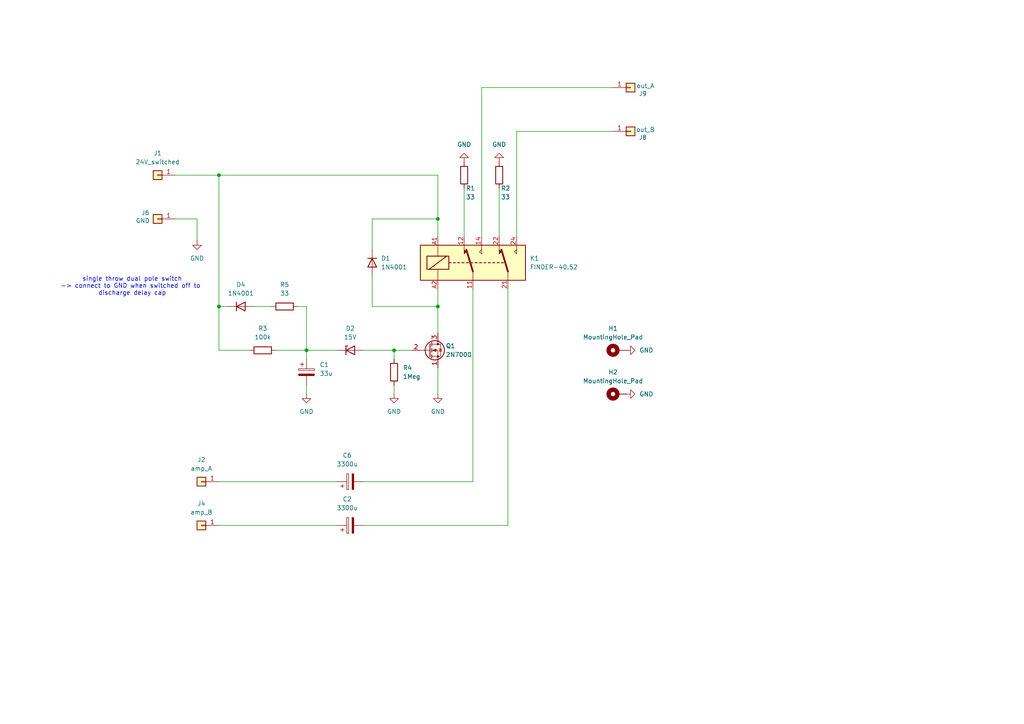
<source format=kicad_sch>
(kicad_sch (version 20250114) (generator "eeschema") (generator_version "9.0")
  (paper "A4")
  (lib_symbols
    (symbol "Connector_Generic:Conn_01x01" (pin_names (offset 1.016) (hide yes))
      (property "Reference" "J" (at 0 2.54 0))
      (property "Value" "Conn_01x01" (at 0 -2.54 0))
      (symbol "Conn_01x01_1_1"
        (rectangle (start -1.27 1.27) (end 1.27 -1.27) (stroke (width 0.254)) (fill (type background)))
        (rectangle (start -1.27 0.127) (end 0 -0.127) (stroke (width 0.1524)))
        (pin passive line (at -5.08 0 0) (length 3.81) (name "Pin_1") (number "1"))
      )
    )
    (symbol "Device:C_Polarized" (pin_numbers (hide yes)) (pin_names (offset 0.254))
      (property "Reference" "C" (at 0.635 2.54 0))
      (property "Value" "C_Polarized" (at 0.635 -2.54 0))
      (symbol "C_Polarized_0_1"
        (rectangle (start -2.286 0.508) (end 2.286 1.016))
        (polyline (pts (xy -1.778 2.286) (xy -0.762 2.286)))
        (polyline (pts (xy -1.27 2.794) (xy -1.27 1.778)))
        (rectangle (start 2.286 -0.508) (end -2.286 -1.016) (fill (type outline)))
      )
      (symbol "C_Polarized_1_1"
        (pin passive line (at 0 3.81 270) (length 2.794) (name "~") (number "1"))
        (pin passive line (at 0 -3.81 90) (length 2.794) (name "~") (number "2"))
      )
    )
    (symbol "Device:D_Zener" (pin_numbers (hide yes)) (pin_names (offset 1.016) (hide yes))
      (property "Reference" "D" (at 0 2.54 0))
      (property "Value" "D_Zener" (at 0 -2.54 0))
      (symbol "D_Zener_0_1"
        (polyline (pts (xy -1.27 -1.27) (xy -1.27 1.27) (xy -0.762 1.27)) (stroke (width 0.254)))
        (polyline (pts (xy 1.27 0) (xy -1.27 0)))
        (polyline (pts (xy 1.27 -1.27) (xy 1.27 1.27) (xy -1.27 0) (xy 1.27 -1.27)) (stroke (width 0.254)))
      )
      (symbol "D_Zener_1_1"
        (pin passive line (at -3.81 0 0) (length 2.54) (name "K") (number "1"))
        (pin passive line (at 3.81 0 180) (length 2.54) (name "A") (number "2"))
      )
    )
    (symbol "Device:R" (pin_numbers (hide yes)) (pin_names (offset 0))
      (property "Reference" "R" (at 2.032 0 90))
      (property "Value" "R" (at 0 0 90))
      (symbol "R_0_1"
        (rectangle (start -1.016 -2.54) (end 1.016 2.54) (stroke (width 0.254)))
      )
      (symbol "R_1_1"
        (pin passive line (at 0 3.81 270) (length 1.27) (name "~") (number "1"))
        (pin passive line (at 0 -3.81 90) (length 1.27) (name "~") (number "2"))
      )
    )
    (symbol "Diode:1N4001" (pin_numbers (hide yes)) (pin_names (hide yes))
      (property "Reference" "D" (at 0 2.54 0))
      (property "Value" "1N4001" (at 0 -2.54 0))
      (symbol "1N4001_0_1"
        (polyline (pts (xy -1.27 1.27) (xy -1.27 -1.27)) (stroke (width 0.254)))
        (polyline (pts (xy 1.27 1.27) (xy 1.27 -1.27) (xy -1.27 0) (xy 1.27 1.27)) (stroke (width 0.254)))
        (polyline (pts (xy 1.27 0) (xy -1.27 0)))
      )
      (symbol "1N4001_1_1"
        (pin passive line (at -3.81 0 0) (length 2.54) (name "K") (number "1"))
        (pin passive line (at 3.81 0 180) (length 2.54) (name "A") (number "2"))
      )
    )
    (symbol "Mechanical:MountingHole_Pad" (pin_numbers (hide yes)) (pin_names (offset 1.016) (hide yes)) (in_bom no)
      (property "Reference" "H" (at 0 6.35 0))
      (property "Value" "MountingHole_Pad" (at 0 4.445 0))
      (symbol "MountingHole_Pad_0_1"
        (circle (center 0 1.27) (radius 1.27) (stroke (width 1.27)))
      )
      (symbol "MountingHole_Pad_1_1"
        (pin input line (at 0 -2.54 90) (length 2.54) (name "1") (number "1"))
      )
    )
    (symbol "Relay:FINDER-40.52"
      (property "Reference" "K" (at 16.51 3.81 0))
      (property "Value" "FINDER-40.52" (at 16.51 1.27 0))
      (symbol "FINDER-40.52_0_1"
        (rectangle (start -15.24 5.08) (end 15.24 -5.08) (stroke (width 0.254)) (fill (type background)))
        (rectangle (start -13.335 1.905) (end -6.985 -1.905) (stroke (width 0.254)))
        (polyline (pts (xy -12.7 -1.905) (xy -7.62 1.905)) (stroke (width 0.254)))
        (polyline (pts (xy -10.16 5.08) (xy -10.16 1.905)))
        (polyline (pts (xy -10.16 -5.08) (xy -10.16 -1.905)))
        (polyline (pts (xy -6.985 0) (xy -6.35 0)) (stroke (width 0.254)))
        (polyline (pts (xy -5.715 0) (xy -5.08 0)) (stroke (width 0.254)))
        (polyline (pts (xy -4.445 0) (xy -3.81 0)) (stroke (width 0.254)))
        (polyline (pts (xy -3.175 0) (xy -2.54 0)) (stroke (width 0.254)))
        (polyline (pts (xy -2.54 5.08) (xy -2.54 2.54) (xy -1.905 3.175) (xy -2.54 3.81)) (fill (type outline)))
        (polyline (pts (xy -1.905 0) (xy -1.27 0)) (stroke (width 0.254)))
        (polyline (pts (xy -0.635 0) (xy 0 0)) (stroke (width 0.254)))
        (polyline (pts (xy 0 -2.54) (xy -1.905 3.81)) (stroke (width 0.508)))
        (polyline (pts (xy 0 -2.54) (xy 0 -5.08)))
        (polyline (pts (xy 0.635 0) (xy 1.27 0)) (stroke (width 0.254)))
        (polyline (pts (xy 1.905 0) (xy 2.54 0)) (stroke (width 0.254)))
        (polyline (pts (xy 2.54 5.08) (xy 2.54 2.54) (xy 1.905 3.175) (xy 2.54 3.81)))
        (polyline (pts (xy 3.175 0) (xy 3.81 0)) (stroke (width 0.254)))
        (polyline (pts (xy 4.445 0) (xy 5.08 0)) (stroke (width 0.254)))
        (polyline (pts (xy 5.715 0) (xy 6.35 0)) (stroke (width 0.254)))
        (polyline (pts (xy 6.985 0) (xy 7.62 0)) (stroke (width 0.254)))
        (polyline (pts (xy 7.62 5.08) (xy 7.62 2.54) (xy 8.255 3.175) (xy 7.62 3.81)) (fill (type outline)))
        (polyline (pts (xy 8.255 0) (xy 8.89 0)) (stroke (width 0.254)))
        (polyline (pts (xy 10.16 -2.54) (xy 8.255 3.81)) (stroke (width 0.508)))
        (polyline (pts (xy 10.16 -2.54) (xy 10.16 -5.08)))
        (polyline (pts (xy 12.7 5.08) (xy 12.7 2.54) (xy 12.065 3.175) (xy 12.7 3.81)))
      )
      (symbol "FINDER-40.52_1_1"
        (pin passive line (at -10.16 7.62 270) (length 2.54) (name "~") (number "A1"))
        (pin passive line (at -10.16 -7.62 90) (length 2.54) (name "~") (number "A2"))
        (pin passive line (at -2.54 7.62 270) (length 2.54) (name "~") (number "12"))
        (pin passive line (at 0 -7.62 90) (length 2.54) (name "~") (number "11"))
        (pin passive line (at 2.54 7.62 270) (length 2.54) (name "~") (number "14"))
        (pin passive line (at 7.62 7.62 270) (length 2.54) (name "~") (number "22"))
        (pin passive line (at 10.16 -7.62 90) (length 2.54) (name "~") (number "21"))
        (pin passive line (at 12.7 7.62 270) (length 2.54) (name "~") (number "24"))
      )
    )
    (symbol "Transistor_FET:2N7000" (pin_names (hide yes))
      (property "Reference" "Q" (at 5.08 1.905 0))
      (property "Value" "2N7000" (at 5.08 0 0))
      (symbol "2N7000_0_1"
        (polyline (pts (xy 0.254 1.905) (xy 0.254 -1.905)) (stroke (width 0.254)))
        (polyline (pts (xy 0.254 0) (xy -2.54 0)))
        (polyline (pts (xy 0.762 2.286) (xy 0.762 1.27)) (stroke (width 0.254)))
        (polyline (pts (xy 0.762 0.508) (xy 0.762 -0.508)) (stroke (width 0.254)))
        (polyline (pts (xy 0.762 -1.27) (xy 0.762 -2.286)) (stroke (width 0.254)))
        (polyline (pts (xy 0.762 -1.778) (xy 3.302 -1.778) (xy 3.302 1.778) (xy 0.762 1.778)))
        (polyline (pts (xy 1.016 0) (xy 2.032 0.381) (xy 2.032 -0.381) (xy 1.016 0)) (fill (type outline)))
        (circle (center 1.651 0) (radius 2.794) (stroke (width 0.254)))
        (polyline (pts (xy 2.54 2.54) (xy 2.54 1.778)))
        (circle (center 2.54 1.778) (radius 0.254) (fill (type outline)))
        (circle (center 2.54 -1.778) (radius 0.254) (fill (type outline)))
        (polyline (pts (xy 2.54 -2.54) (xy 2.54 0) (xy 0.762 0)))
        (polyline (pts (xy 2.794 0.508) (xy 2.921 0.381) (xy 3.683 0.381) (xy 3.81 0.254)))
        (polyline (pts (xy 3.302 0.381) (xy 2.921 -0.254) (xy 3.683 -0.254) (xy 3.302 0.381)))
      )
      (symbol "2N7000_1_1"
        (pin input line (at -5.08 0 0) (length 2.54) (name "G") (number "2"))
        (pin passive line (at 2.54 5.08 270) (length 2.54) (name "D") (number "3"))
        (pin passive line (at 2.54 -5.08 90) (length 2.54) (name "S") (number "1"))
      )
    )
    (symbol "power:GND" (power) (pin_numbers (hide yes)) (pin_names (offset 0) (hide yes))
      (property "Value" "GND" (at 0 -3.81 0))
      (symbol "GND_0_1"
        (polyline (pts (xy 0 0) (xy 0 -1.27) (xy 1.27 -1.27) (xy 0 -2.54) (xy -1.27 -1.27) (xy 0 -1.27)))
      )
      (symbol "GND_1_1"
        (pin power_in line (at 0 0 270) (length 0) (name "~") (number "1"))
      )
    )
  )
  (text "single throw dual pole switch\n-> connect to GND when switched off to \ndischarge delay cap" (at 38.354 83.058 0) (effects (font (size 1.27 1.27))))
  (junction (at 63.5 88.9))
  (junction (at 127 63.5))
  (junction (at 63.5 50.8))
  (junction (at 127 88.9))
  (junction (at 88.9 101.6))
  (junction (at 114.3 101.6))
  (wire (pts (xy 57.15 69.85) (xy 57.15 63.5)))
  (wire (pts (xy 63.5 88.9) (xy 66.04 88.9)))
  (wire (pts (xy 127 63.5) (xy 127 68.58)))
  (wire (pts (xy 107.95 88.9) (xy 107.95 80.01)))
  (wire (pts (xy 127 88.9) (xy 107.95 88.9)))
  (wire (pts (xy 139.7 25.4) (xy 177.8 25.4)))
  (wire (pts (xy 63.5 139.7) (xy 97.79 139.7)))
  (wire (pts (xy 147.32 83.82) (xy 147.32 152.4)))
  (wire (pts (xy 127 83.82) (xy 127 88.9)))
  (wire (pts (xy 88.9 101.6) (xy 88.9 88.9)))
  (wire (pts (xy 114.3 111.76) (xy 114.3 114.3)))
  (wire (pts (xy 88.9 88.9) (xy 86.36 88.9)))
  (wire (pts (xy 63.5 101.6) (xy 72.39 101.6)))
  (wire (pts (xy 137.16 83.82) (xy 137.16 139.7)))
  (wire (pts (xy 127 88.9) (xy 127 96.52)))
  (wire (pts (xy 144.78 54.61) (xy 144.78 68.58)))
  (wire (pts (xy 127 50.8) (xy 127 63.5)))
  (wire (pts (xy 80.01 101.6) (xy 88.9 101.6)))
  (wire (pts (xy 88.9 114.3) (xy 88.9 111.76)))
  (wire (pts (xy 105.41 152.4) (xy 147.32 152.4)))
  (wire (pts (xy 139.7 68.58) (xy 139.7 25.4)))
  (wire (pts (xy 149.86 38.1) (xy 177.8 38.1)))
  (wire (pts (xy 127 106.68) (xy 127 114.3)))
  (wire (pts (xy 57.15 63.5) (xy 50.8 63.5)))
  (wire (pts (xy 63.5 88.9) (xy 63.5 101.6)))
  (wire (pts (xy 105.41 139.7) (xy 137.16 139.7)))
  (wire (pts (xy 63.5 50.8) (xy 63.5 88.9)))
  (wire (pts (xy 107.95 63.5) (xy 127 63.5)))
  (wire (pts (xy 78.74 88.9) (xy 73.66 88.9)))
  (wire (pts (xy 88.9 101.6) (xy 97.79 101.6)))
  (wire (pts (xy 63.5 50.8) (xy 127 50.8)))
  (wire (pts (xy 107.95 72.39) (xy 107.95 63.5)))
  (wire (pts (xy 105.41 101.6) (xy 114.3 101.6)))
  (wire (pts (xy 88.9 104.14) (xy 88.9 101.6)))
  (wire (pts (xy 114.3 101.6) (xy 114.3 104.14)))
  (wire (pts (xy 63.5 152.4) (xy 97.79 152.4)))
  (wire (pts (xy 149.86 68.58) (xy 149.86 38.1)))
  (wire (pts (xy 114.3 101.6) (xy 119.38 101.6)))
  (wire (pts (xy 63.5 50.8) (xy 50.8 50.8)))
  (wire (pts (xy 134.62 54.61) (xy 134.62 68.58)))
  (symbol (lib_id "Device:C_Polarized") (at 101.6 152.4 90) (unit 1)
    (property "Reference" "C2" (at 100.711 144.78 90))
    (property "Value" "3300u" (at 100.711 147.32 90))
    (property "Footprint" "Capacitor_THT:CP_Radial_D16.0mm_P7.50mm" (effects (hide yes)))
    (property "Description" "Polarized capacitor" (effects (hide yes)))
    (property "MPN" "UFW1V332MHD " (effects (hide yes)))
  )
  (symbol (lib_id "Diode:1N4001") (at 69.85 88.9 0) (unit 1)
    (property "Reference" "D4" (at 69.85 82.55 0))
    (property "Value" "1N4001" (at 69.85 85.09 0))
    (property "Footprint" "Diode_THT:D_DO-41_SOD81_P10.16mm_Horizontal" (effects (hide yes)))
    (property "Datasheet" "http://www.vishay.com/docs/88503/1n4001.pdf" (effects (hide yes)))
    (property "Description" "50V 1A General Purpose Rectifier Diode, DO-41" (effects (hide yes)))
    (property "Sim.Device" "D" (effects (hide yes)))
    (property "Sim.Pins" "1=K 2=A" (effects (hide yes)))
  )
  (symbol (lib_id "Device:C_Polarized") (at 101.6 139.7 90) (unit 1)
    (property "Reference" "C6" (at 100.711 132.08 90))
    (property "Value" "3300u" (at 100.711 134.62 90))
    (property "Footprint" "Capacitor_THT:CP_Radial_D16.0mm_P7.50mm" (effects (hide yes)))
    (property "Description" "Polarized capacitor" (effects (hide yes)))
    (property "MPN" "UFW1V332MHD " (effects (hide yes)))
  )
  (symbol (lib_id "power:GND") (at 144.78 46.99 180) (unit 1)
    (property "Reference" "#PWR08" (effects (hide yes)))
    (property "Value" "GND" (at 144.78 41.91 0))
    (property "Description" "Power symbol creates a global label with name \"GND\" , ground" (effects (hide yes)))
  )
  (symbol (lib_id "Device:R") (at 76.2 101.6 90) (unit 1)
    (property "Reference" "R3" (at 76.2 95.25 90))
    (property "Value" "100k" (at 76.2 97.79 90))
    (property "Footprint" "Resistor_THT:R_Axial_DIN0207_L6.3mm_D2.5mm_P10.16mm_Horizontal" (effects (hide yes)))
    (property "Description" "Resistor" (effects (hide yes)))
  )
  (symbol (lib_id "Connector_Generic:Conn_01x01") (at 58.42 152.4 180) (unit 1)
    (property "Reference" "J4" (at 58.42 146.05 0))
    (property "Value" "amp_B" (at 58.42 148.59 0))
    (property "Footprint" "TestPoint:TestPoint_THTPad_D3.0mm_Drill1.5mm" (effects (hide yes)))
    (property "Description" "Generic connector, single row, 01x01, script generated (kicad-library-utils/schlib/autogen/connector/)" (effects (hide yes)))
  )
  (symbol (lib_id "Device:R") (at 82.55 88.9 90) (unit 1)
    (property "Reference" "R5" (at 82.55 82.55 90))
    (property "Value" "33" (at 82.55 85.09 90))
    (property "Footprint" "Resistor_THT:R_Axial_DIN0207_L6.3mm_D2.5mm_P10.16mm_Horizontal" (effects (hide yes)))
    (property "Description" "Resistor" (effects (hide yes)))
  )
  (symbol (lib_id "power:GND") (at 127 114.3 0) (unit 1)
    (property "Reference" "#PWR02" (effects (hide yes)))
    (property "Value" "GND" (at 127 119.38 0))
    (property "Description" "Power symbol creates a global label with name \"GND\" , ground" (effects (hide yes)))
  )
  (symbol (lib_id "Connector_Generic:Conn_01x01") (at 45.72 50.8 180) (unit 1)
    (property "Reference" "J1" (at 45.72 44.45 0))
    (property "Value" "24V_switched" (at 45.72 46.99 0))
    (property "Footprint" "TestPoint:TestPoint_THTPad_D3.0mm_Drill1.5mm" (effects (hide yes)))
    (property "Description" "Generic connector, single row, 01x01, script generated (kicad-library-utils/schlib/autogen/connector/)" (effects (hide yes)))
  )
  (symbol (lib_id "Device:R") (at 144.78 50.8 180) (unit 1)
    (property "Reference" "R2" (at 145.288 54.61 0) (effects (justify right)))
    (property "Value" "33" (at 145.288 57.15 0) (effects (justify right)))
    (property "Footprint" "Resistor_THT:R_Axial_DIN0207_L6.3mm_D2.5mm_P10.16mm_Horizontal" (effects (hide yes)))
    (property "Description" "Resistor" (effects (hide yes)))
  )
  (symbol (lib_id "power:GND") (at 114.3 114.3 0) (unit 1)
    (property "Reference" "#PWR05" (effects (hide yes)))
    (property "Value" "GND" (at 114.3 119.38 0))
    (property "Description" "Power symbol creates a global label with name \"GND\" , ground" (effects (hide yes)))
  )
  (symbol (lib_id "Device:R") (at 114.3 107.95 180) (unit 1)
    (property "Reference" "R4" (at 116.84 106.6799 0) (effects (justify right)))
    (property "Value" "1Meg" (at 116.84 109.2199 0) (effects (justify right)))
    (property "Footprint" "Resistor_THT:R_Axial_DIN0207_L6.3mm_D2.5mm_P10.16mm_Horizontal" (effects (hide yes)))
    (property "Description" "Resistor" (effects (hide yes)))
  )
  (symbol (lib_id "power:GND") (at 88.9 114.3 0) (unit 1)
    (property "Reference" "#PWR01" (effects (hide yes)))
    (property "Value" "GND" (at 88.9 119.38 0))
    (property "Description" "Power symbol creates a global label with name \"GND\" , ground" (effects (hide yes)))
  )
  (symbol (lib_id "Connector_Generic:Conn_01x01") (at 182.88 38.1 0) (unit 1)
    (property "Reference" "J8" (at 186.436 39.878 0))
    (property "Value" "out_B" (at 187.198 37.592 0))
    (property "Footprint" "TestPoint:TestPoint_THTPad_D3.0mm_Drill1.5mm" (effects (hide yes)))
    (property "Description" "Generic connector, single row, 01x01, script generated (kicad-library-utils/schlib/autogen/connector/)" (effects (hide yes)))
  )
  (symbol (lib_id "Connector_Generic:Conn_01x01") (at 182.88 25.4 0) (unit 1)
    (property "Reference" "J9" (at 186.436 27.178 0))
    (property "Value" "out_A" (at 187.198 24.892 0))
    (property "Footprint" "TestPoint:TestPoint_THTPad_D3.0mm_Drill1.5mm" (effects (hide yes)))
    (property "Description" "Generic connector, single row, 01x01, script generated (kicad-library-utils/schlib/autogen/connector/)" (effects (hide yes)))
  )
  (symbol (lib_id "power:GND") (at 57.15 69.85 0) (unit 1)
    (property "Reference" "#PWR03" (effects (hide yes)))
    (property "Value" "GND" (at 57.15 74.93 0))
    (property "Description" "Power symbol creates a global label with name \"GND\" , ground" (effects (hide yes)))
  )
  (symbol (lib_id "Relay:FINDER-40.52") (at 137.16 76.2 0) (unit 1)
    (property "Reference" "K1" (at 153.67 74.9299 0) (effects (justify left)))
    (property "Value" "FINDER-40.52" (at 153.67 77.4699 0) (effects (justify left)))
    (property "Footprint" "Relay_THT:Relay_DPDT_Finder_40.52" (effects (hide yes)))
    (property "Datasheet" "http://gfinder.findernet.com/assets/Series/353/S40EN.pdf" (effects (hide yes)))
    (property "Description" "FINDER 40.52, Dual Pole Relay, 5mm Pitch, 10A" (effects (hide yes)))
  )
  (symbol (lib_id "power:GND") (at 134.62 46.99 180) (unit 1)
    (property "Reference" "#PWR07" (effects (hide yes)))
    (property "Value" "GND" (at 134.62 41.91 0))
    (property "Description" "Power symbol creates a global label with name \"GND\" , ground" (effects (hide yes)))
  )
  (symbol (lib_id "Transistor_FET:2N7000") (at 124.46 101.6 0) (unit 1)
    (property "Reference" "Q1" (at 129.286 100.33 0) (effects (justify left)))
    (property "Value" "2N7000" (at 129.286 102.87 0) (effects (justify left)))
    (property "Footprint" "Package_TO_SOT_THT:TO-92_Inline" (effects (hide yes)))
    (property "Datasheet" "https://www.vishay.com/docs/70226/70226.pdf" (effects (hide yes)))
    (property "Description" "0.2A Id, 200V Vds, N-Channel MOSFET, 2.6V Logic Level, TO-92" (effects (hide yes)))
  )
  (symbol (lib_id "Device:C_Polarized") (at 88.9 107.95 0) (unit 1)
    (property "Reference" "C1" (at 92.71 105.7909 0) (effects (justify left)))
    (property "Value" "33u" (at 92.71 108.3309 0) (effects (justify left)))
    (property "Footprint" "Capacitor_THT:C_Radial_D8.0mm_H11.5mm_P3.50mm" (effects (hide yes)))
    (property "Description" "UFW2A330MPD" (effects (hide yes)))
  )
  (symbol (lib_id "Mechanical:MountingHole_Pad") (at 179.07 114.3 90) (unit 1) (in_bom no)
    (property "Reference" "H2" (at 177.8 107.95 90))
    (property "Value" "MountingHole_Pad" (at 177.8 110.49 90))
    (property "Footprint" "MountingHole:MountingHole_3.2mm_M3_DIN965_Pad_TopBottom" (effects (hide yes)))
    (property "Description" "Mounting Hole with connection" (effects (hide yes)))
  )
  (symbol (lib_id "Mechanical:MountingHole_Pad") (at 179.07 101.6 90) (unit 1) (in_bom no)
    (property "Reference" "H1" (at 177.8 95.25 90))
    (property "Value" "MountingHole_Pad" (at 177.8 97.79 90))
    (property "Footprint" "MountingHole:MountingHole_3.2mm_M3_DIN965_Pad_TopBottom" (effects (hide yes)))
    (property "Description" "Mounting Hole with connection" (effects (hide yes)))
  )
  (symbol (lib_id "Connector_Generic:Conn_01x01") (at 45.72 63.5 180) (unit 1)
    (property "Reference" "J6" (at 42.164 61.722 0))
    (property "Value" "GND" (at 41.402 64.008 0))
    (property "Footprint" "TestPoint:TestPoint_THTPad_D3.0mm_Drill1.5mm" (effects (hide yes)))
    (property "Description" "Generic connector, single row, 01x01, script generated (kicad-library-utils/schlib/autogen/connector/)" (effects (hide yes)))
  )
  (symbol (lib_id "power:GND") (at 181.61 114.3 90) (unit 1)
    (property "Reference" "#PWR016" (effects (hide yes)))
    (property "Value" "GND" (at 185.42 114.2999 90) (effects (justify right)))
    (property "Description" "Power symbol creates a global label with name \"GND\" , ground" (effects (hide yes)))
  )
  (symbol (lib_id "Device:D_Zener") (at 101.6 101.6 0) (unit 1)
    (property "Reference" "D2" (at 101.6 95.25 0))
    (property "Value" "15V" (at 101.6 97.79 0))
    (property "Footprint" "Diode_THT:D_DO-35_SOD27_P7.62mm_Horizontal" (effects (hide yes)))
    (property "Description" "Zener diode" (effects (hide yes)))
  )
  (symbol (lib_id "Connector_Generic:Conn_01x01") (at 58.42 139.7 180) (unit 1)
    (property "Reference" "J2" (at 58.42 133.35 0))
    (property "Value" "amp_A" (at 58.42 135.89 0))
    (property "Footprint" "TestPoint:TestPoint_THTPad_D3.0mm_Drill1.5mm" (effects (hide yes)))
    (property "Description" "Generic connector, single row, 01x01, script generated (kicad-library-utils/schlib/autogen/connector/)" (effects (hide yes)))
  )
  (symbol (lib_id "Diode:1N4001") (at 107.95 76.2 270) (unit 1)
    (property "Reference" "D1" (at 110.49 74.9299 90) (effects (justify left)))
    (property "Value" "1N4001" (at 110.49 77.4699 90) (effects (justify left)))
    (property "Footprint" "Diode_THT:D_DO-41_SOD81_P10.16mm_Horizontal" (effects (hide yes)))
    (property "Datasheet" "http://www.vishay.com/docs/88503/1n4001.pdf" (effects (hide yes)))
    (property "Description" "50V 1A General Purpose Rectifier Diode, DO-41" (effects (hide yes)))
    (property "Sim.Device" "D" (effects (hide yes)))
    (property "Sim.Pins" "1=K 2=A" (effects (hide yes)))
  )
  (symbol (lib_id "power:GND") (at 181.61 101.6 90) (unit 1)
    (property "Reference" "#PWR015" (effects (hide yes)))
    (property "Value" "GND" (at 185.42 101.5999 90) (effects (justify right)))
    (property "Description" "Power symbol creates a global label with name \"GND\" , ground" (effects (hide yes)))
  )
  (symbol (lib_id "Device:R") (at 134.62 50.8 180) (unit 1)
    (property "Reference" "R1" (at 135.128 54.61 0) (effects (justify right)))
    (property "Value" "33" (at 135.128 57.15 0) (effects (justify right)))
    (property "Footprint" "Resistor_THT:R_Axial_DIN0207_L6.3mm_D2.5mm_P10.16mm_Horizontal" (effects (hide yes)))
    (property "Description" "Resistor" (effects (hide yes)))
  )
)
</source>
